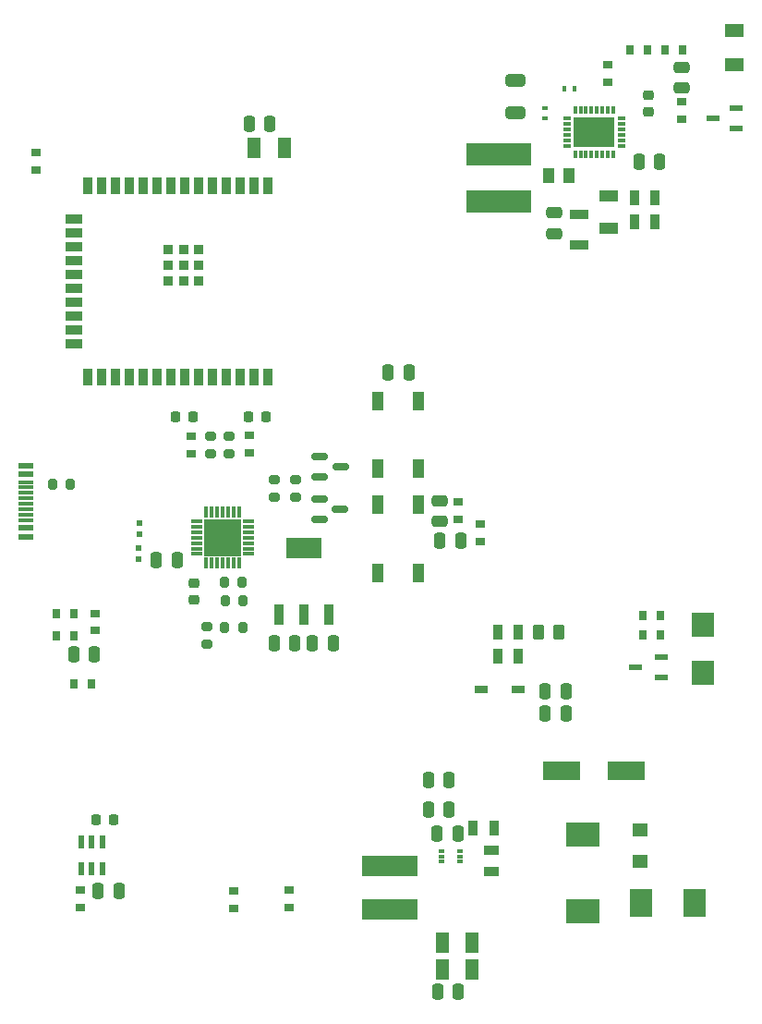
<source format=gbr>
%TF.GenerationSoftware,KiCad,Pcbnew,9.0.7*%
%TF.CreationDate,2026-02-25T21:26:21-06:00*%
%TF.ProjectId,circle_of_life,63697263-6c65-45f6-9f66-5f6c6966652e,rev?*%
%TF.SameCoordinates,Original*%
%TF.FileFunction,Paste,Top*%
%TF.FilePolarity,Positive*%
%FSLAX46Y46*%
G04 Gerber Fmt 4.6, Leading zero omitted, Abs format (unit mm)*
G04 Created by KiCad (PCBNEW 9.0.7) date 2026-02-25 21:26:21*
%MOMM*%
%LPD*%
G01*
G04 APERTURE LIST*
G04 Aperture macros list*
%AMRoundRect*
0 Rectangle with rounded corners*
0 $1 Rounding radius*
0 $2 $3 $4 $5 $6 $7 $8 $9 X,Y pos of 4 corners*
0 Add a 4 corners polygon primitive as box body*
4,1,4,$2,$3,$4,$5,$6,$7,$8,$9,$2,$3,0*
0 Add four circle primitives for the rounded corners*
1,1,$1+$1,$2,$3*
1,1,$1+$1,$4,$5*
1,1,$1+$1,$6,$7*
1,1,$1+$1,$8,$9*
0 Add four rect primitives between the rounded corners*
20,1,$1+$1,$2,$3,$4,$5,0*
20,1,$1+$1,$4,$5,$6,$7,0*
20,1,$1+$1,$6,$7,$8,$9,0*
20,1,$1+$1,$8,$9,$2,$3,0*%
G04 Aperture macros list end*
%ADD10R,0.950000X0.800000*%
%ADD11R,0.800000X0.950000*%
%ADD12R,6.000000X2.010000*%
%ADD13RoundRect,0.250000X0.475000X-0.250000X0.475000X0.250000X-0.475000X0.250000X-0.475000X-0.250000X0*%
%ADD14R,1.117600X1.447800*%
%ADD15R,1.450000X0.600000*%
%ADD16R,1.450000X0.300000*%
%ADD17R,1.100000X1.800000*%
%ADD18RoundRect,0.250000X-0.250000X-0.475000X0.250000X-0.475000X0.250000X0.475000X-0.250000X0.475000X0*%
%ADD19RoundRect,0.200000X-0.200000X-0.275000X0.200000X-0.275000X0.200000X0.275000X-0.200000X0.275000X0*%
%ADD20RoundRect,0.225000X0.225000X0.250000X-0.225000X0.250000X-0.225000X-0.250000X0.225000X-0.250000X0*%
%ADD21R,0.900000X1.950000*%
%ADD22R,3.200000X1.950000*%
%ADD23RoundRect,0.200000X0.275000X-0.200000X0.275000X0.200000X-0.275000X0.200000X-0.275000X-0.200000X0*%
%ADD24R,0.600000X0.450000*%
%ADD25RoundRect,0.250000X0.250000X0.475000X-0.250000X0.475000X-0.250000X-0.475000X0.250000X-0.475000X0*%
%ADD26R,1.300000X0.600000*%
%ADD27RoundRect,0.225000X-0.250000X0.225000X-0.250000X-0.225000X0.250000X-0.225000X0.250000X0.225000X0*%
%ADD28R,0.950000X1.400000*%
%ADD29R,1.750000X1.000000*%
%ADD30RoundRect,0.150000X-0.587500X-0.150000X0.587500X-0.150000X0.587500X0.150000X-0.587500X0.150000X0*%
%ADD31R,1.400000X0.950000*%
%ADD32R,0.450000X0.600000*%
%ADD33R,0.300000X0.800000*%
%ADD34R,0.800000X0.300000*%
%ADD35R,3.750000X2.750000*%
%ADD36R,0.900000X1.500000*%
%ADD37R,1.500000X0.900000*%
%ADD38R,0.900000X0.900000*%
%ADD39RoundRect,0.218750X0.218750X0.256250X-0.218750X0.256250X-0.218750X-0.256250X0.218750X-0.256250X0*%
%ADD40RoundRect,0.218750X-0.218750X-0.256250X0.218750X-0.256250X0.218750X0.256250X-0.218750X0.256250X0*%
%ADD41R,0.475000X0.300000*%
%ADD42R,3.450000X1.800000*%
%ADD43R,1.200000X0.750000*%
%ADD44R,1.000000X0.300000*%
%ADD45R,0.300000X1.000000*%
%ADD46R,3.350000X3.350000*%
%ADD47RoundRect,0.200000X-0.275000X0.200000X-0.275000X-0.200000X0.275000X-0.200000X0.275000X0.200000X0*%
%ADD48RoundRect,0.250000X-0.262500X-0.450000X0.262500X-0.450000X0.262500X0.450000X-0.262500X0.450000X0*%
%ADD49R,2.150000X2.250000*%
%ADD50R,5.100000X1.850000*%
%ADD51R,1.400000X1.300000*%
%ADD52RoundRect,0.250000X0.650000X-0.325000X0.650000X0.325000X-0.650000X0.325000X-0.650000X-0.325000X0*%
%ADD53R,2.070000X2.660000*%
%ADD54R,1.170000X1.920000*%
%ADD55R,1.700000X1.150000*%
%ADD56R,0.500000X0.600000*%
%ADD57R,3.150000X2.200000*%
%ADD58R,0.600000X1.200000*%
%ADD59R,1.803400X0.914400*%
G04 APERTURE END LIST*
D10*
%TO.C,R18*%
X148600000Y-112500000D03*
X148600000Y-110900000D03*
%TD*%
D11*
%TO.C,R9*%
X98050000Y-161180000D03*
X99650000Y-161180000D03*
%TD*%
D12*
%TO.C,L1*%
X138600000Y-123400000D03*
X138600000Y-119100000D03*
%TD*%
D13*
%TO.C,C18*%
X143700000Y-126350000D03*
X143700000Y-124450000D03*
%TD*%
D14*
%TO.C,C19*%
X143198300Y-121000000D03*
X145001700Y-121000000D03*
%TD*%
D10*
%TO.C,R11*%
X101620000Y-161130000D03*
X101620000Y-162730000D03*
%TD*%
D15*
%TO.C,P1*%
X95275000Y-147610000D03*
X95275000Y-148410000D03*
D16*
X95275000Y-149610000D03*
X95275000Y-150610000D03*
X95275000Y-151110000D03*
X95275000Y-152110000D03*
D15*
X95275000Y-153310000D03*
X95275000Y-154110000D03*
X95275000Y-154110000D03*
X95275000Y-153310000D03*
D16*
X95275000Y-152610000D03*
X95275000Y-151610000D03*
X95275000Y-150110000D03*
X95275000Y-149110000D03*
D15*
X95275000Y-148410000D03*
X95275000Y-147610000D03*
%TD*%
D17*
%TO.C,SW2*%
X131252935Y-141700000D03*
X131252935Y-147900000D03*
X127552935Y-141700000D03*
X127552935Y-147900000D03*
%TD*%
D10*
%TO.C,R24*%
X134902935Y-150950000D03*
X134902935Y-152550000D03*
%TD*%
D11*
%TO.C,R13*%
X153450000Y-161350000D03*
X151850000Y-161350000D03*
%TD*%
D17*
%TO.C,SW1*%
X131252935Y-151200000D03*
X131252935Y-157400000D03*
X127552935Y-151200000D03*
X127552935Y-157400000D03*
%TD*%
D10*
%TO.C,R25*%
X136902935Y-152950000D03*
X136902935Y-154550000D03*
%TD*%
D18*
%TO.C,C5*%
X132950000Y-181300000D03*
X134850000Y-181300000D03*
%TD*%
D19*
%TO.C,R33*%
X97675000Y-149300000D03*
X99325000Y-149300000D03*
%TD*%
D20*
%TO.C,C42*%
X103275000Y-180050000D03*
X101725000Y-180050000D03*
%TD*%
D21*
%TO.C,IC2*%
X118422935Y-161250000D03*
X120722935Y-161250000D03*
X123022935Y-161250000D03*
D22*
X120722935Y-155150000D03*
%TD*%
D23*
%TO.C,R37*%
X118052935Y-150527500D03*
X118052935Y-148877500D03*
%TD*%
D24*
%TO.C,C20*%
X142850000Y-115785000D03*
X142850000Y-114835000D03*
%TD*%
D25*
%TO.C,C44*%
X109102935Y-156250000D03*
X107202935Y-156250000D03*
%TD*%
%TO.C,C41*%
X130352935Y-139050000D03*
X128452935Y-139050000D03*
%TD*%
D10*
%TO.C,R10*%
X119400000Y-188100000D03*
X119400000Y-186500000D03*
%TD*%
D26*
%TO.C,Q2*%
X160331944Y-116750000D03*
X160331944Y-114850000D03*
X158231944Y-115800000D03*
%TD*%
D27*
%TO.C,C24*%
X152300000Y-113635000D03*
X152300000Y-115185000D03*
%TD*%
D25*
%TO.C,C15*%
X101550000Y-164930000D03*
X99650000Y-164930000D03*
%TD*%
D18*
%TO.C,C3*%
X132150000Y-179100000D03*
X134050000Y-179100000D03*
%TD*%
D19*
%TO.C,R30*%
X113497935Y-162450000D03*
X115147935Y-162450000D03*
%TD*%
D28*
%TO.C,R19*%
X151050000Y-123100000D03*
X152950000Y-123100000D03*
%TD*%
D25*
%TO.C,C23*%
X153350000Y-119800000D03*
X151450000Y-119800000D03*
%TD*%
D28*
%TO.C,R20*%
X152950000Y-125300000D03*
X151050000Y-125300000D03*
%TD*%
D18*
%TO.C,C1*%
X118022935Y-163900000D03*
X119922935Y-163900000D03*
%TD*%
D29*
%TO.C,R22*%
X148700000Y-125900000D03*
X148700000Y-122900000D03*
%TD*%
D25*
%TO.C,C2*%
X123422935Y-163900000D03*
X121522935Y-163900000D03*
%TD*%
D30*
%TO.C,Q4*%
X122215435Y-146752500D03*
X122215435Y-148652500D03*
X124090435Y-147702500D03*
%TD*%
D28*
%TO.C,R4*%
X138500000Y-165100000D03*
X140400000Y-165100000D03*
%TD*%
%TO.C,R6*%
X138150000Y-180800000D03*
X136250000Y-180800000D03*
%TD*%
%TO.C,R7*%
X138500000Y-162850000D03*
X140400000Y-162850000D03*
%TD*%
D27*
%TO.C,C45*%
X110652935Y-158375000D03*
X110652935Y-159925000D03*
%TD*%
D31*
%TO.C,R5*%
X137934540Y-184750000D03*
X137934540Y-182850000D03*
%TD*%
D32*
%TO.C,C21*%
X145575000Y-113060000D03*
X144625000Y-113060000D03*
%TD*%
D13*
%TO.C,C38*%
X133152935Y-152700000D03*
X133152935Y-150800000D03*
%TD*%
D33*
%TO.C,IC4*%
X145600000Y-119060000D03*
X146100000Y-119060000D03*
X146600000Y-119060000D03*
X147100000Y-119060000D03*
X147600000Y-119060000D03*
X148100000Y-119060000D03*
X148600000Y-119060000D03*
X149100000Y-119060000D03*
D34*
X149850000Y-118310000D03*
X149850000Y-117810000D03*
X149850000Y-117310000D03*
X149850000Y-116810000D03*
X149850000Y-116310000D03*
X149850000Y-115810000D03*
D33*
X149100000Y-115060000D03*
X148600000Y-115060000D03*
X148100000Y-115060000D03*
X147600000Y-115060000D03*
X147100000Y-115060000D03*
X146600000Y-115060000D03*
X146100000Y-115060000D03*
X145600000Y-115060000D03*
D34*
X144850000Y-115810000D03*
X144850000Y-116310000D03*
X144850000Y-116810000D03*
X144850000Y-117310000D03*
X144850000Y-117810000D03*
X144850000Y-118310000D03*
D35*
X147350000Y-117060000D03*
%TD*%
D11*
%TO.C,R8*%
X99650000Y-163180000D03*
X98050000Y-163180000D03*
%TD*%
D36*
%TO.C,IC1*%
X117420000Y-122000000D03*
X116150000Y-122000000D03*
X114880000Y-122000000D03*
X113610000Y-122000000D03*
X112340000Y-122000000D03*
X111070000Y-122000000D03*
X109800000Y-122000000D03*
X108530000Y-122000000D03*
X107260000Y-122000000D03*
X105990000Y-122000000D03*
X104720000Y-122000000D03*
X103450000Y-122000000D03*
X102180000Y-122000000D03*
X100910000Y-122000000D03*
D37*
X99660000Y-125035000D03*
X99660000Y-126305000D03*
X99660000Y-127575000D03*
X99660000Y-128845000D03*
X99660000Y-130115000D03*
X99660000Y-131385000D03*
X99660000Y-132655000D03*
X99660000Y-133925000D03*
X99660000Y-135195000D03*
X99660000Y-136465000D03*
D36*
X100910000Y-139500000D03*
X102180000Y-139500000D03*
X103450000Y-139500000D03*
X104720000Y-139500000D03*
X105990000Y-139500000D03*
X107260000Y-139500000D03*
X108530000Y-139500000D03*
X109800000Y-139500000D03*
X111070000Y-139500000D03*
X112340000Y-139500000D03*
X113610000Y-139500000D03*
X114880000Y-139500000D03*
X116150000Y-139500000D03*
X117420000Y-139500000D03*
D38*
X109700000Y-129250000D03*
X109700000Y-127850000D03*
X108300000Y-127850000D03*
X108300000Y-129250000D03*
X108300000Y-130650000D03*
X109700000Y-130650000D03*
X111100000Y-130650000D03*
X111100000Y-129250000D03*
X111100000Y-127850000D03*
%TD*%
D39*
%TO.C,D10*%
X117240435Y-143100000D03*
X115665435Y-143100000D03*
%TD*%
D18*
%TO.C,C28*%
X115750000Y-116300000D03*
X117650000Y-116300000D03*
%TD*%
D11*
%TO.C,R15*%
X153850000Y-109560000D03*
X155450000Y-109560000D03*
%TD*%
D40*
%TO.C,D9*%
X108965435Y-143100000D03*
X110540435Y-143100000D03*
%TD*%
D18*
%TO.C,C39*%
X133202935Y-154500000D03*
X135102935Y-154500000D03*
%TD*%
D41*
%TO.C,IC3*%
X133362000Y-182900000D03*
X133362000Y-183400000D03*
X133362000Y-183900000D03*
X135038000Y-183900000D03*
X135038000Y-183400000D03*
X135038000Y-182900000D03*
%TD*%
D26*
%TO.C,Q1*%
X153500000Y-167050000D03*
X153500000Y-165150000D03*
X151100000Y-166100000D03*
%TD*%
D42*
%TO.C,C9*%
X144400000Y-175600000D03*
X150300000Y-175600000D03*
%TD*%
D43*
%TO.C,D3*%
X140400000Y-168100000D03*
X137000000Y-168100000D03*
%TD*%
D44*
%TO.C,IC6*%
X110950000Y-152700000D03*
X110950000Y-153200000D03*
X110950000Y-153700000D03*
X110950000Y-154200000D03*
X110950000Y-154700000D03*
X110950000Y-155200000D03*
X110950000Y-155700000D03*
D45*
X111800000Y-156550000D03*
X112300000Y-156550000D03*
X112800000Y-156550000D03*
X113300000Y-156550000D03*
X113800000Y-156550000D03*
X114300000Y-156550000D03*
X114800000Y-156550000D03*
D44*
X115650000Y-155700000D03*
X115650000Y-155200000D03*
X115650000Y-154700000D03*
X115650000Y-154200000D03*
X115650000Y-153700000D03*
X115650000Y-153200000D03*
X115650000Y-152700000D03*
D45*
X114800000Y-151850000D03*
X114300000Y-151850000D03*
X113800000Y-151850000D03*
X113300000Y-151850000D03*
X112800000Y-151850000D03*
X112300000Y-151850000D03*
X111800000Y-151850000D03*
D46*
X113300000Y-154200000D03*
%TD*%
D47*
%TO.C,R39*%
X113902935Y-144875000D03*
X113902935Y-146525000D03*
%TD*%
D10*
%TO.C,R23*%
X155350000Y-114260000D03*
X155350000Y-115860000D03*
%TD*%
D48*
%TO.C,R3*%
X142287500Y-162850000D03*
X144112500Y-162850000D03*
%TD*%
D49*
%TO.C,D4*%
X157350000Y-162150000D03*
X157350000Y-166550000D03*
%TD*%
D50*
%TO.C,L2*%
X128600000Y-188300000D03*
X128600000Y-184300000D03*
%TD*%
D10*
%TO.C,R34*%
X110452935Y-146500000D03*
X110452935Y-144900000D03*
%TD*%
D51*
%TO.C,D2*%
X151600000Y-183850000D03*
X151600000Y-180950000D03*
%TD*%
D11*
%TO.C,R12*%
X151800000Y-163100000D03*
X153400000Y-163100000D03*
%TD*%
D52*
%TO.C,C43*%
X140100000Y-115275000D03*
X140100000Y-112325000D03*
%TD*%
D18*
%TO.C,C4*%
X132150000Y-176400000D03*
X134050000Y-176400000D03*
%TD*%
D10*
%TO.C,R1*%
X100250000Y-186500000D03*
X100250000Y-188100000D03*
%TD*%
D53*
%TO.C,F2*%
X156550000Y-187700000D03*
X151650000Y-187700000D03*
%TD*%
D54*
%TO.C,C6*%
X133430000Y-193800000D03*
X136170000Y-193800000D03*
%TD*%
D10*
%TO.C,R35*%
X115752935Y-146400000D03*
X115752935Y-144800000D03*
%TD*%
D23*
%TO.C,R29*%
X111822935Y-163975000D03*
X111822935Y-162325000D03*
%TD*%
D55*
%TO.C,R14*%
X160200000Y-107750000D03*
X160200000Y-110900000D03*
%TD*%
D19*
%TO.C,R32*%
X113425000Y-158300000D03*
X115075000Y-158300000D03*
%TD*%
D56*
%TO.C,D8*%
X105652935Y-153850000D03*
X105652935Y-152850000D03*
%TD*%
D57*
%TO.C,D1*%
X146350000Y-181400000D03*
X146350000Y-188400000D03*
%TD*%
D11*
%TO.C,R21*%
X150600000Y-109560000D03*
X152200000Y-109560000D03*
%TD*%
D47*
%TO.C,R36*%
X119952935Y-148877500D03*
X119952935Y-150527500D03*
%TD*%
D13*
%TO.C,C26*%
X155350000Y-113010000D03*
X155350000Y-111110000D03*
%TD*%
D18*
%TO.C,C40*%
X101875000Y-186550000D03*
X103775000Y-186550000D03*
%TD*%
%TO.C,C8*%
X132980000Y-195800000D03*
X134880000Y-195800000D03*
%TD*%
D56*
%TO.C,D11*%
X105552935Y-155150000D03*
X105552935Y-156150000D03*
%TD*%
D10*
%TO.C,R26*%
X96230000Y-120547158D03*
X96230000Y-118947158D03*
%TD*%
D11*
%TO.C,R28*%
X99650000Y-167560000D03*
X101250000Y-167560000D03*
%TD*%
D30*
%TO.C,Q3*%
X122177935Y-150652500D03*
X122177935Y-152552500D03*
X124052935Y-151602500D03*
%TD*%
D18*
%TO.C,C11*%
X142850000Y-168300000D03*
X144750000Y-168300000D03*
%TD*%
D54*
%TO.C,C7*%
X133430000Y-191300000D03*
X136170000Y-191300000D03*
%TD*%
D10*
%TO.C,R27*%
X114340000Y-186600000D03*
X114340000Y-188200000D03*
%TD*%
D54*
%TO.C,C27*%
X116200000Y-118500000D03*
X118940000Y-118500000D03*
%TD*%
D47*
%TO.C,R38*%
X112224284Y-144875000D03*
X112224284Y-146525000D03*
%TD*%
D58*
%TO.C,IC5*%
X102250000Y-182050000D03*
X101300000Y-182050000D03*
X100350000Y-182050000D03*
X100350000Y-184550000D03*
X101300000Y-184550000D03*
X102250000Y-184550000D03*
%TD*%
D18*
%TO.C,C10*%
X142850000Y-170300000D03*
X144750000Y-170300000D03*
%TD*%
D19*
%TO.C,R31*%
X113525000Y-160000000D03*
X115175000Y-160000000D03*
%TD*%
D59*
%TO.C,C17*%
X146000000Y-127397000D03*
X146000000Y-124603000D03*
%TD*%
M02*

</source>
